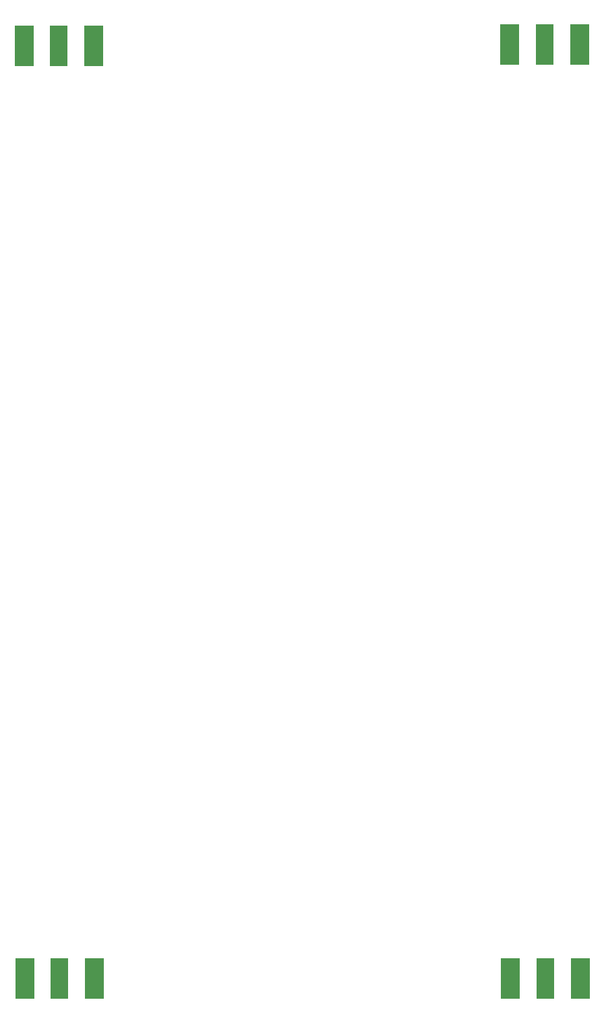
<source format=gbr>
%TF.GenerationSoftware,Altium Limited,Altium Designer,24.6.1 (21)*%
G04 Layer_Color=8421504*
%FSLAX45Y45*%
%MOMM*%
%TF.SameCoordinates,104D0E94-22AC-47F8-8689-0ABA5F01EAEE*%
%TF.FilePolarity,Positive*%
%TF.FileFunction,Paste,Top*%
%TF.Part,Single*%
G01*
G75*
%TA.AperFunction,ConnectorPad*%
%ADD10R,2.28600X5.08000*%
%ADD11R,2.41300X5.08000*%
D10*
X10955000Y13012500D02*
D03*
X4855000Y13002499D02*
D03*
X10964350Y1290000D02*
D03*
X4864350Y1292500D02*
D03*
D11*
X11393150Y13012500D02*
D03*
X10516850D02*
D03*
X5293150Y13002499D02*
D03*
X4416850D02*
D03*
X10526200Y1290000D02*
D03*
X11402500D02*
D03*
X4426200Y1292500D02*
D03*
X5302500D02*
D03*
%TF.MD5,e8f153971a62686928b9ffba919c9637*%
M02*

</source>
